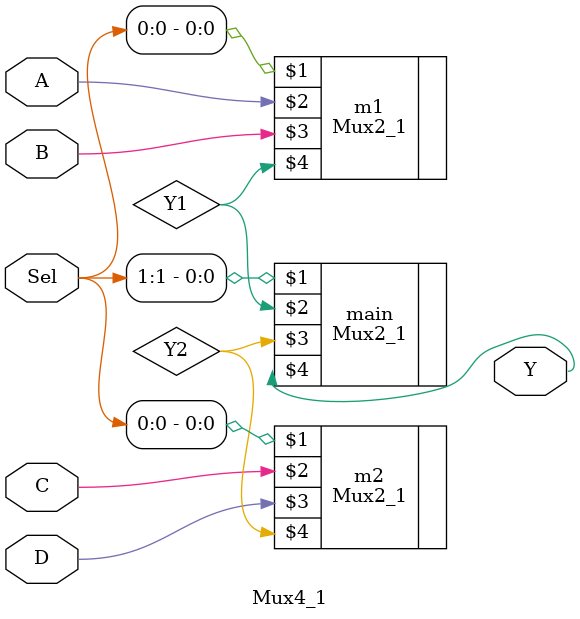
<source format=v>
module Mux4_1(input A , B, C, D, input [0:1] Sel, output Y);
wire Y1,Y2;
Mux2_1 m1(Sel[0],A,B,Y1);
Mux2_1 m2(Sel[0],C,D,Y2);
Mux2_1 main(Sel[1],Y1,Y2,Y);
endmodule

</source>
